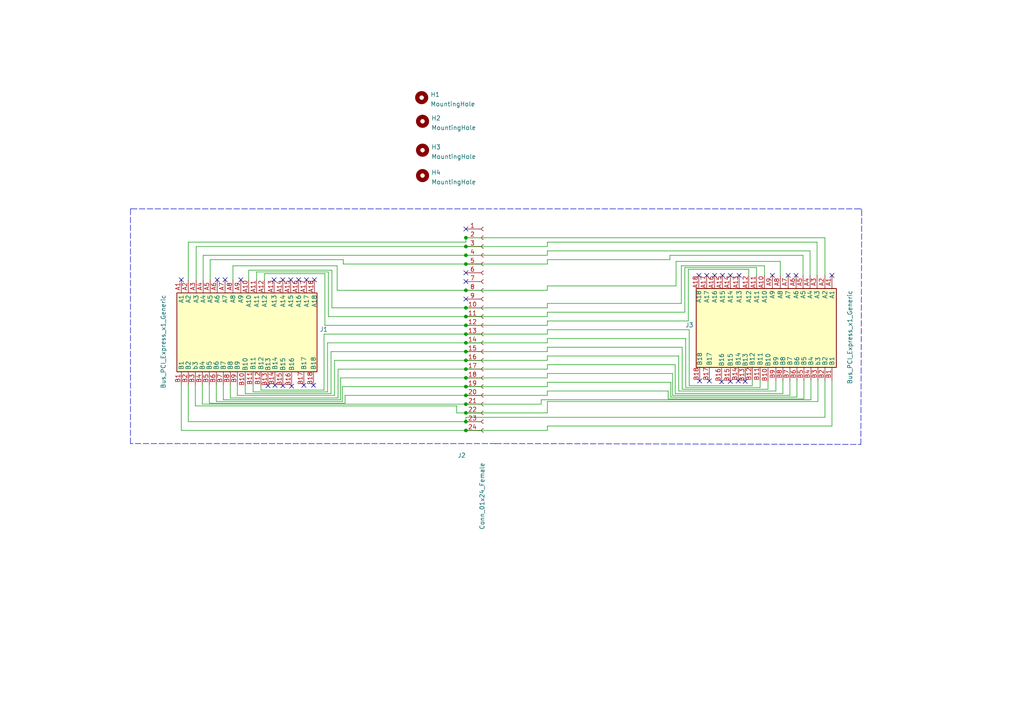
<source format=kicad_sch>
(kicad_sch (version 20211123) (generator eeschema)
  (paper "A4")
  (lib_symbols
    (symbol "Connector:Bus_PCI_Express_x1_Generic"
      (property "Reference" "J" (at -0.254 23.114 0))
      (property "Value" "Bus_PCI_Express_x1_Generic" (at -1.016 25.146 0))
      (symbol "Bus_PCI_Express_x1_Generic_0_1"
        (rectangle (start -11.43 21.59) (end 11.43 -19.05) (stroke (width 0.254)) (fill (type background)))
      )
      (symbol "Bus_PCI_Express_x1_Generic_1_1"
        (pin bidirectional line (at 15.24 20.32 180) (length 3.81) (name "A1") (number "A1"))
        (pin bidirectional line (at 15.24 0.762 180) (length 3.81) (name "A10") (number "A10"))
        (pin bidirectional line (at 15.24 -1.524 180) (length 3.81) (name "A11") (number "A11"))
        (pin bidirectional line (at 15.24 -3.81 180) (length 3.81) (name "A12") (number "A12"))
        (pin bidirectional line (at 15.24 -6.604 180) (length 3.81) (name "A13") (number "A13"))
        (pin bidirectional line (at 15.24 -9.144 180) (length 3.81) (name "A14") (number "A14"))
        (pin bidirectional line (at 15.24 -11.43 180) (length 3.81) (name "A15") (number "A15"))
        (pin bidirectional line (at 15.24 -13.716 180) (length 3.81) (name "A16") (number "A16"))
        (pin bidirectional line (at 15.24 -16.002 180) (length 3.81) (name "A17") (number "A17"))
        (pin bidirectional line (at 15.24 -18.288 180) (length 3.81) (name "A18") (number "A18"))
        (pin bidirectional line (at 15.24 18.288 180) (length 3.81) (name "A2") (number "A2"))
        (pin bidirectional line (at 15.24 16.002 180) (length 3.81) (name "A3") (number "A3"))
        (pin bidirectional line (at 15.24 13.97 180) (length 3.81) (name "A4") (number "A4"))
        (pin bidirectional line (at 15.24 11.938 180) (length 3.81) (name "A5") (number "A5"))
        (pin bidirectional line (at 15.24 9.906 180) (length 3.81) (name "A6") (number "A6"))
        (pin bidirectional line (at 15.24 7.62 180) (length 3.81) (name "A7") (number "A7"))
        (pin bidirectional line (at 15.24 5.334 180) (length 3.81) (name "A8") (number "A8"))
        (pin bidirectional line (at 15.24 3.048 180) (length 3.81) (name "A9") (number "A9"))
        (pin bidirectional line (at -15.24 20.32 0) (length 3.81) (name "B1") (number "B1"))
        (pin bidirectional line (at -15.494 1.778 0) (length 3.81) (name "B10") (number "B10"))
        (pin bidirectional line (at -15.24 -0.508 0) (length 3.81) (name "B11") (number "B11"))
        (pin bidirectional line (at -15.24 -2.794 0) (length 3.81) (name "B12") (number "B12"))
        (pin bidirectional line (at -15.494 -4.826 0) (length 3.81) (name "B13") (number "B13"))
        (pin bidirectional line (at -15.24 -6.858 0) (length 3.81) (name "B14") (number "B14"))
        (pin bidirectional line (at -15.494 -9.144 0) (length 3.81) (name "B15") (number "B15"))
        (pin bidirectional line (at -15.494 -11.684 0) (length 3.81) (name "B16") (number "B16"))
        (pin bidirectional line (at -15.24 -15.24 0) (length 3.81) (name "B17") (number "B17"))
        (pin bidirectional line (at -15.24 -18.034 0) (length 3.81) (name "B18") (number "B18"))
        (pin bidirectional line (at -15.24 18.288 0) (length 3.81) (name "B2") (number "B2"))
        (pin bidirectional line (at -15.24 16.256 0) (length 3.81) (name "b3") (number "B3"))
        (pin bidirectional line (at -15.24 14.224 0) (length 3.81) (name "B4") (number "B4"))
        (pin bidirectional line (at -15.24 12.192 0) (length 3.81) (name "B5") (number "B5"))
        (pin bidirectional line (at -15.24 10.16 0) (length 3.81) (name "B6") (number "B6"))
        (pin bidirectional line (at -15.24 8.128 0) (length 3.81) (name "B7") (number "B7"))
        (pin bidirectional line (at -15.24 6.096 0) (length 3.81) (name "B8") (number "B8"))
        (pin bidirectional line (at -15.24 4.064 0) (length 3.81) (name "B9") (number "B9"))
      )
    )
    (symbol "Connector:Conn_01x24_Female" (pin_names (offset 1.016) hide)
      (property "Reference" "J" (at 0 30.48 0))
      (property "Value" "Conn_01x24_Female" (at 0 -33.02 0))
      (symbol "Conn_01x24_Female_1_1"
        (arc (start 0 -29.972) (mid -0.508 -30.48) (end 0 -30.988) (stroke (width 0.1524)))
        (arc (start 0 -27.432) (mid -0.508 -27.94) (end 0 -28.448) (stroke (width 0.1524)))
        (arc (start 0 -24.892) (mid -0.508 -25.4) (end 0 -25.908) (stroke (width 0.1524)))
        (arc (start 0 -22.352) (mid -0.508 -22.86) (end 0 -23.368) (stroke (width 0.1524)))
        (arc (start 0 -19.812) (mid -0.508 -20.32) (end 0 -20.828) (stroke (width 0.1524)))
        (arc (start 0 -17.272) (mid -0.508 -17.78) (end 0 -18.288) (stroke (width 0.1524)))
        (arc (start 0 -14.732) (mid -0.508 -15.24) (end 0 -15.748) (stroke (width 0.1524)))
        (arc (start 0 -12.192) (mid -0.508 -12.7) (end 0 -13.208) (stroke (width 0.1524)))
        (arc (start 0 -9.652) (mid -0.508 -10.16) (end 0 -10.668) (stroke (width 0.1524)))
        (arc (start 0 -7.112) (mid -0.508 -7.62) (end 0 -8.128) (stroke (width 0.1524)))
        (arc (start 0 -4.572) (mid -0.508 -5.08) (end 0 -5.588) (stroke (width 0.1524)))
        (arc (start 0 -2.032) (mid -0.508 -2.54) (end 0 -3.048) (stroke (width 0.1524)))
        (polyline (pts (xy -1.27 -30.48) (xy -0.508 -30.48)) (stroke (width 0.1524)))
        (polyline (pts (xy -1.27 -27.94) (xy -0.508 -27.94)) (stroke (width 0.1524)))
        (polyline (pts (xy -1.27 -25.4) (xy -0.508 -25.4)) (stroke (width 0.1524)))
        (polyline (pts (xy -1.27 -22.86) (xy -0.508 -22.86)) (stroke (width 0.1524)))
        (polyline (pts (xy -1.27 -20.32) (xy -0.508 -20.32)) (stroke (width 0.1524)))
        (polyline (pts (xy -1.27 -17.78) (xy -0.508 -17.78)) (stroke (width 0.1524)))
        (polyline (pts (xy -1.27 -15.24) (xy -0.508 -15.24)) (stroke (width 0.1524)))
        (polyline (pts (xy -1.27 -12.7) (xy -0.508 -12.7)) (stroke (width 0.1524)))
        (polyline (pts (xy -1.27 -10.16) (xy -0.508 -10.16)) (stroke (width 0.1524)))
        (polyline (pts (xy -1.27 -7.62) (xy -0.508 -7.62)) (stroke (width 0.1524)))
        (polyline (pts (xy -1.27 -5.08) (xy -0.508 -5.08)) (stroke (width 0.1524)))
        (polyline (pts (xy -1.27 -2.54) (xy -0.508 -2.54)) (stroke (width 0.1524)))
        (polyline (pts (xy -1.27 0) (xy -0.508 0)) (stroke (width 0.1524)))
        (polyline (pts (xy -1.27 2.54) (xy -0.508 2.54)) (stroke (width 0.1524)))
        (polyline (pts (xy -1.27 5.08) (xy -0.508 5.08)) (stroke (width 0.1524)))
        (polyline (pts (xy -1.27 7.62) (xy -0.508 7.62)) (stroke (width 0.1524)))
        (polyline (pts (xy -1.27 10.16) (xy -0.508 10.16)) (stroke (width 0.1524)))
        (polyline (pts (xy -1.27 12.7) (xy -0.508 12.7)) (stroke (width 0.1524)))
        (polyline (pts (xy -1.27 15.24) (xy -0.508 15.24)) (stroke (width 0.1524)))
        (polyline (pts (xy -1.27 17.78) (xy -0.508 17.78)) (stroke (width 0.1524)))
        (polyline (pts (xy -1.27 20.32) (xy -0.508 20.32)) (stroke (width 0.1524)))
        (polyline (pts (xy -1.27 22.86) (xy -0.508 22.86)) (stroke (width 0.1524)))
        (polyline (pts (xy -1.27 25.4) (xy -0.508 25.4)) (stroke (width 0.1524)))
        (polyline (pts (xy -1.27 27.94) (xy -0.508 27.94)) (stroke (width 0.1524)))
        (arc (start 0 0.508) (mid -0.508 0) (end 0 -0.508) (stroke (width 0.1524)))
        (arc (start 0 3.048) (mid -0.508 2.54) (end 0 2.032) (stroke (width 0.1524)))
        (arc (start 0 5.588) (mid -0.508 5.08) (end 0 4.572) (stroke (width 0.1524)))
        (arc (start 0 8.128) (mid -0.508 7.62) (end 0 7.112) (stroke (width 0.1524)))
        (arc (start 0 10.668) (mid -0.508 10.16) (end 0 9.652) (stroke (width 0.1524)))
        (arc (start 0 13.208) (mid -0.508 12.7) (end 0 12.192) (stroke (width 0.1524)))
        (arc (start 0 15.748) (mid -0.508 15.24) (end 0 14.732) (stroke (width 0.1524)))
        (arc (start 0 18.288) (mid -0.508 17.78) (end 0 17.272) (stroke (width 0.1524)))
        (arc (start 0 20.828) (mid -0.508 20.32) (end 0 19.812) (stroke (width 0.1524)))
        (arc (start 0 23.368) (mid -0.508 22.86) (end 0 22.352) (stroke (width 0.1524)))
        (arc (start 0 25.908) (mid -0.508 25.4) (end 0 24.892) (stroke (width 0.1524)))
        (arc (start 0 28.448) (mid -0.508 27.94) (end 0 27.432) (stroke (width 0.1524)))
        (pin passive line (at -5.08 27.94 0) (length 3.81) (name "Pin_1") (number "1"))
        (pin passive line (at -5.08 5.08 0) (length 3.81) (name "Pin_10") (number "10"))
        (pin passive line (at -5.08 2.54 0) (length 3.81) (name "Pin_11") (number "11"))
        (pin passive line (at -5.08 0 0) (length 3.81) (name "Pin_12") (number "12"))
        (pin passive line (at -5.08 -2.54 0) (length 3.81) (name "Pin_13") (number "13"))
        (pin passive line (at -5.08 -5.08 0) (length 3.81) (name "Pin_14") (number "14"))
        (pin passive line (at -5.08 -7.62 0) (length 3.81) (name "Pin_15") (number "15"))
        (pin passive line (at -5.08 -10.16 0) (length 3.81) (name "Pin_16") (number "16"))
        (pin passive line (at -5.08 -12.7 0) (length 3.81) (name "Pin_17") (number "17"))
        (pin passive line (at -5.08 -15.24 0) (length 3.81) (name "Pin_18") (number "18"))
        (pin passive line (at -5.08 -17.78 0) (length 3.81) (name "Pin_19") (number "19"))
        (pin passive line (at -5.08 25.4 0) (length 3.81) (name "Pin_2") (number "2"))
        (pin passive line (at -5.08 -20.32 0) (length 3.81) (name "Pin_20") (number "20"))
        (pin passive line (at -5.08 -22.86 0) (length 3.81) (name "Pin_21") (number "21"))
        (pin passive line (at -5.08 -25.4 0) (length 3.81) (name "Pin_22") (number "22"))
        (pin passive line (at -5.08 -27.94 0) (length 3.81) (name "Pin_23") (number "23"))
        (pin passive line (at -5.08 -30.48 0) (length 3.81) (name "Pin_24") (number "24"))
        (pin passive line (at -5.08 22.86 0) (length 3.81) (name "Pin_3") (number "3"))
        (pin passive line (at -5.08 20.32 0) (length 3.81) (name "Pin_4") (number "4"))
        (pin passive line (at -5.08 17.78 0) (length 3.81) (name "Pin_5") (number "5"))
        (pin passive line (at -5.08 15.24 0) (length 3.81) (name "Pin_6") (number "6"))
        (pin passive line (at -5.08 12.7 0) (length 3.81) (name "Pin_7") (number "7"))
        (pin passive line (at -5.08 10.16 0) (length 3.81) (name "Pin_8") (number "8"))
        (pin passive line (at -5.08 7.62 0) (length 3.81) (name "Pin_9") (number "9"))
      )
    )
    (symbol "Mechanical:MountingHole" (pin_names (offset 1.016))
      (property "Reference" "H" (at 0 5.08 0))
      (property "Value" "MountingHole" (at 0 3.175 0))
      (symbol "MountingHole_0_1"
        (circle (center 0 0) (radius 1.27) (stroke (width 1.27)))
      )
    )
  )
  (junction (at 135.128 68.961))
  (junction (at 135.128 74.041))
  (junction (at 135.128 107.061))
  (junction (at 135.128 109.601))
  (junction (at 135.128 76.581))
  (junction (at 135.128 99.441))
  (junction (at 135.128 124.841))
  (junction (at 135.128 122.301))
  (junction (at 135.128 94.361))
  (junction (at 135.128 117.221))
  (junction (at 135.128 114.681))
  (junction (at 135.128 119.761))
  (junction (at 135.128 96.901))
  (junction (at 135.128 71.501))
  (junction (at 135.128 112.141))
  (junction (at 135.128 101.981))
  (junction (at 135.128 89.281))
  (junction (at 135.128 91.821))
  (junction (at 135.128 84.201))
  (junction (at 135.128 104.521))
  (no_connect (at 224.028 79.883))
  (no_connect (at 211.836 110.617))
  (no_connect (at 241.3 79.883))
  (no_connect (at 214.376 79.883))
  (no_connect (at 86.614 81.153))
  (no_connect (at 88.9 81.153))
  (no_connect (at 91.186 81.153))
  (no_connect (at 79.502 81.153))
  (no_connect (at 82.042 81.153))
  (no_connect (at 84.328 81.153))
  (no_connect (at 202.946 110.49))
  (no_connect (at 211.836 79.883))
  (no_connect (at 230.886 79.883))
  (no_connect (at 204.978 79.883))
  (no_connect (at 214.122 110.49))
  (no_connect (at 62.992 81.153))
  (no_connect (at 65.278 81.153))
  (no_connect (at 52.578 81.153))
  (no_connect (at 88.138 111.76))
  (no_connect (at 90.932 111.76))
  (no_connect (at 77.724 111.887))
  (no_connect (at 79.756 111.76))
  (no_connect (at 82.042 111.887))
  (no_connect (at 84.582 112.014))
  (no_connect (at 69.85 81.153))
  (no_connect (at 135.128 66.421))
  (no_connect (at 135.128 79.121))
  (no_connect (at 135.128 81.661))
  (no_connect (at 135.128 86.741))
  (no_connect (at 202.692 79.883))
  (no_connect (at 216.154 110.617))
  (no_connect (at 209.55 79.883))
  (no_connect (at 205.74 110.49))
  (no_connect (at 207.264 79.883))
  (no_connect (at 209.296 110.744))
  (no_connect (at 228.6 79.883))
  (wire (pts (xy 158.75 94.361) (xy 158.75 93.091)))
  (wire (pts (xy 76.708 79.375) (xy 94.234 79.375)))
  (wire (pts (xy 197.612 88.011) (xy 158.75 88.011)))
  (wire (pts (xy 196.088 82.931) (xy 158.75 82.931)))
  (wire (pts (xy 194.564 110.871) (xy 194.564 115.189)))
  (wire (pts (xy 222.758 110.617) (xy 222.758 112.903)))
  (wire (pts (xy 68.834 114.681) (xy 97.028 114.681)))
  (wire (pts (xy 158.75 84.201) (xy 158.75 82.931)))
  (wire (pts (xy 96.266 78.359) (xy 96.266 89.281)))
  (wire (pts (xy 199.898 95.631) (xy 158.75 95.631)))
  (wire (pts (xy 97.79 77.089) (xy 97.79 84.201)))
  (wire (pts (xy 220.472 110.363) (xy 220.472 112.395)))
  (wire (pts (xy 135.128 114.681) (xy 158.75 114.681)))
  (wire (pts (xy 135.128 71.501) (xy 56.896 71.501)))
  (wire (pts (xy 93.98 96.901) (xy 135.128 96.901)))
  (wire (pts (xy 132.461 117.729) (xy 132.461 119.761)))
  (wire (pts (xy 60.706 111.633) (xy 60.706 116.967)))
  (wire (pts (xy 158.75 76.581) (xy 158.75 75.311)))
  (wire (pts (xy 158.75 75.311) (xy 194.31 75.311)))
  (wire (pts (xy 218.186 111.887) (xy 199.898 111.887)))
  (wire (pts (xy 229.108 110.363) (xy 229.108 114.681)))
  (wire (pts (xy 195.834 105.791) (xy 195.834 114.173)))
  (wire (pts (xy 135.128 107.061) (xy 158.75 107.061)))
  (wire (pts (xy 73.406 111.633) (xy 73.406 113.665)))
  (wire (pts (xy 135.128 91.821) (xy 158.75 91.821)))
  (wire (pts (xy 158.75 109.601) (xy 158.75 108.331)))
  (wire (pts (xy 135.128 104.521) (xy 158.75 104.521)))
  (wire (pts (xy 135.128 99.441) (xy 158.75 99.441)))
  (wire (pts (xy 135.128 91.821) (xy 95.25 91.821)))
  (wire (pts (xy 227.076 114.173) (xy 227.076 110.363)))
  (wire (pts (xy 94.996 99.441) (xy 135.128 99.441)))
  (wire (pts (xy 158.75 104.521) (xy 158.75 103.251)))
  (wire (pts (xy 233.172 110.363) (xy 233.172 115.697)))
  (wire (pts (xy 194.564 115.189) (xy 231.14 115.189)))
  (wire (pts (xy 135.128 76.581) (xy 99.568 76.581)))
  (polyline (pts (xy 37.846 128.651) (xy 37.846 60.579)))
  (wire (pts (xy 199.644 78.105) (xy 199.644 93.091)))
  (wire (pts (xy 158.75 74.041) (xy 158.75 72.771)))
  (wire (pts (xy 196.85 113.411) (xy 196.85 103.251)))
  (wire (pts (xy 100.076 114.681) (xy 135.128 114.681)))
  (wire (pts (xy 198.882 112.395) (xy 198.882 98.171)))
  (wire (pts (xy 235.204 115.951) (xy 235.204 110.363)))
  (wire (pts (xy 135.128 94.361) (xy 158.75 94.361)))
  (wire (pts (xy 226.314 79.883) (xy 226.314 75.819)))
  (wire (pts (xy 135.128 71.501) (xy 158.75 71.501)))
  (wire (pts (xy 135.128 84.201) (xy 158.75 84.201)))
  (wire (pts (xy 135.128 89.281) (xy 158.75 89.281)))
  (wire (pts (xy 95.25 91.821) (xy 95.25 78.867)))
  (wire (pts (xy 233.172 115.697) (xy 193.802 115.697)))
  (wire (pts (xy 54.61 70.231) (xy 135.128 70.231)))
  (wire (pts (xy 234.95 79.883) (xy 234.95 72.771)))
  (wire (pts (xy 218.186 110.363) (xy 218.186 111.887)))
  (wire (pts (xy 220.472 112.395) (xy 198.882 112.395)))
  (wire (pts (xy 194.31 75.311) (xy 194.31 74.041)))
  (wire (pts (xy 199.644 93.091) (xy 158.75 93.091)))
  (wire (pts (xy 193.802 115.697) (xy 193.802 113.411)))
  (wire (pts (xy 58.928 81.153) (xy 58.928 74.041)))
  (wire (pts (xy 135.128 76.581) (xy 158.75 76.581)))
  (wire (pts (xy 135.128 121.031) (xy 135.128 122.301)))
  (wire (pts (xy 239.268 121.031) (xy 239.268 110.363)))
  (wire (pts (xy 135.128 122.301) (xy 54.61 122.301)))
  (wire (pts (xy 197.866 100.711) (xy 158.75 100.711)))
  (wire (pts (xy 158.75 70.231) (xy 236.982 70.231)))
  (wire (pts (xy 193.802 113.411) (xy 158.75 113.411)))
  (polyline (pts (xy 249.936 60.706) (xy 249.428 60.579)))
  (wire (pts (xy 199.898 111.887) (xy 199.898 95.631)))
  (wire (pts (xy 217.17 78.105) (xy 199.644 78.105)))
  (wire (pts (xy 195.834 114.173) (xy 227.076 114.173)))
  (wire (pts (xy 158.75 90.551) (xy 198.628 90.551)))
  (wire (pts (xy 98.044 115.443) (xy 66.802 115.443)))
  (wire (pts (xy 158.75 99.441) (xy 158.75 98.171)))
  (wire (pts (xy 135.128 107.061) (xy 98.044 107.061)))
  (wire (pts (xy 58.674 117.221) (xy 135.128 117.221)))
  (wire (pts (xy 158.75 114.681) (xy 158.75 113.411)))
  (wire (pts (xy 99.314 116.459) (xy 62.738 116.459)))
  (wire (pts (xy 68.834 111.633) (xy 68.834 114.681)))
  (wire (pts (xy 195.072 108.331) (xy 158.75 108.331)))
  (wire (pts (xy 236.982 70.231) (xy 236.982 79.883)))
  (wire (pts (xy 99.314 112.141) (xy 99.314 116.459)))
  (wire (pts (xy 219.456 77.597) (xy 219.456 79.883)))
  (wire (pts (xy 58.674 117.221) (xy 58.674 111.633)))
  (wire (pts (xy 71.12 114.173) (xy 96.012 114.173)))
  (wire (pts (xy 225.044 113.411) (xy 196.85 113.411)))
  (wire (pts (xy 237.236 116.459) (xy 158.75 116.459)))
  (polyline (pts (xy 37.846 60.579) (xy 38.1 60.579)))
  (wire (pts (xy 237.236 110.363) (xy 237.236 116.459)))
  (wire (pts (xy 56.642 117.729) (xy 132.461 117.729)))
  (wire (pts (xy 97.028 104.521) (xy 135.128 104.521)))
  (wire (pts (xy 158.75 71.501) (xy 158.75 70.231)))
  (wire (pts (xy 239.268 79.883) (xy 239.268 68.961)))
  (wire (pts (xy 94.996 113.665) (xy 94.996 99.441)))
  (wire (pts (xy 158.75 91.821) (xy 158.75 90.551)))
  (wire (pts (xy 96.012 101.981) (xy 135.128 101.981)))
  (wire (pts (xy 135.128 70.231) (xy 135.128 68.961)))
  (wire (pts (xy 197.612 77.089) (xy 197.612 88.011)))
  (wire (pts (xy 196.088 75.819) (xy 196.088 82.931)))
  (wire (pts (xy 135.128 96.901) (xy 158.75 96.901)))
  (wire (pts (xy 72.136 81.153) (xy 72.136 78.359)))
  (wire (pts (xy 195.072 114.681) (xy 195.072 108.331)))
  (wire (pts (xy 135.128 109.601) (xy 158.75 109.601)))
  (wire (pts (xy 194.31 74.041) (xy 232.918 74.041)))
  (wire (pts (xy 99.568 75.311) (xy 60.96 75.311)))
  (wire (pts (xy 54.61 81.153) (xy 54.61 70.231)))
  (wire (pts (xy 231.14 115.189) (xy 231.14 110.363)))
  (wire (pts (xy 158.75 119.761) (xy 158.75 116.459)))
  (wire (pts (xy 135.128 119.761) (xy 158.75 119.761)))
  (wire (pts (xy 198.628 77.597) (xy 219.456 77.597)))
  (wire (pts (xy 198.882 98.171) (xy 158.75 98.171)))
  (polyline (pts (xy 249.682 128.905) (xy 249.936 60.706)))
  (wire (pts (xy 97.028 114.681) (xy 97.028 104.521)))
  (wire (pts (xy 64.77 111.633) (xy 64.77 115.951)))
  (wire (pts (xy 60.96 75.311) (xy 60.96 81.153)))
  (wire (pts (xy 135.128 117.221) (xy 156.972 117.221)))
  (wire (pts (xy 135.128 121.031) (xy 239.268 121.031)))
  (wire (pts (xy 64.77 115.951) (xy 98.806 115.951)))
  (wire (pts (xy 93.98 113.157) (xy 93.98 96.901)))
  (wire (pts (xy 156.972 117.221) (xy 156.972 115.951)))
  (wire (pts (xy 135.128 74.041) (xy 158.75 74.041)))
  (wire (pts (xy 56.896 71.501) (xy 56.896 81.153)))
  (wire (pts (xy 62.738 116.459) (xy 62.738 111.633)))
  (wire (pts (xy 52.578 124.841) (xy 135.128 124.841)))
  (wire (pts (xy 98.806 109.601) (xy 135.128 109.601)))
  (wire (pts (xy 217.17 79.883) (xy 217.17 78.105)))
  (wire (pts (xy 158.75 107.061) (xy 158.75 105.791)))
  (wire (pts (xy 96.266 89.281) (xy 135.128 89.281)))
  (wire (pts (xy 76.708 81.153) (xy 76.708 79.375)))
  (wire (pts (xy 96.012 114.173) (xy 96.012 101.981)))
  (wire (pts (xy 100.076 116.967) (xy 100.076 114.681)))
  (wire (pts (xy 71.12 111.887) (xy 71.12 114.173)))
  (wire (pts (xy 158.75 101.981) (xy 158.75 100.711)))
  (wire (pts (xy 67.564 77.089) (xy 97.79 77.089)))
  (wire (pts (xy 234.95 72.771) (xy 158.75 72.771)))
  (wire (pts (xy 99.568 76.581) (xy 99.568 75.311)))
  (wire (pts (xy 225.044 110.363) (xy 225.044 113.411)))
  (wire (pts (xy 135.128 68.961) (xy 239.268 68.961)))
  (wire (pts (xy 98.806 115.951) (xy 98.806 109.601)))
  (wire (pts (xy 52.578 111.633) (xy 52.578 124.841)))
  (polyline (pts (xy 143.764 128.651) (xy 249.682 128.905)))
  (wire (pts (xy 75.692 111.633) (xy 75.692 113.157)))
  (wire (pts (xy 158.75 124.841) (xy 158.75 123.571)))
  (wire (pts (xy 156.972 115.951) (xy 235.204 115.951)))
  (wire (pts (xy 58.928 74.041) (xy 135.128 74.041)))
  (wire (pts (xy 66.802 115.443) (xy 66.802 111.633)))
  (wire (pts (xy 135.128 112.141) (xy 99.314 112.141)))
  (wire (pts (xy 221.742 79.883) (xy 221.742 77.089)))
  (wire (pts (xy 56.642 111.633) (xy 56.642 117.729)))
  (wire (pts (xy 158.75 112.141) (xy 158.75 110.871)))
  (wire (pts (xy 67.564 81.153) (xy 67.564 77.089)))
  (wire (pts (xy 221.742 77.089) (xy 197.612 77.089)))
  (wire (pts (xy 229.108 114.681) (xy 195.072 114.681)))
  (wire (pts (xy 60.706 116.967) (xy 100.076 116.967)))
  (wire (pts (xy 135.128 101.981) (xy 158.75 101.981)))
  (polyline (pts (xy 249.428 60.579) (xy 143.764 60.579)))
  (wire (pts (xy 94.234 94.361) (xy 135.128 94.361)))
  (wire (pts (xy 241.3 123.571) (xy 158.75 123.571)))
  (polyline (pts (xy 38.1 60.579) (xy 143.764 60.579)))
  (wire (pts (xy 75.692 113.157) (xy 93.98 113.157)))
  (wire (pts (xy 95.25 78.867) (xy 74.422 78.867)))
  (wire (pts (xy 158.75 105.791) (xy 195.834 105.791)))
  (wire (pts (xy 97.79 84.201) (xy 135.128 84.201)))
  (wire (pts (xy 198.628 90.551) (xy 198.628 77.597)))
  (wire (pts (xy 98.044 107.061) (xy 98.044 115.443)))
  (wire (pts (xy 222.758 112.903) (xy 197.866 112.903)))
  (wire (pts (xy 232.918 74.041) (xy 232.918 79.883)))
  (wire (pts (xy 74.422 78.867) (xy 74.422 81.153)))
  (polyline (pts (xy 143.764 128.651) (xy 37.846 128.651)))
  (wire (pts (xy 226.314 75.819) (xy 196.088 75.819)))
  (wire (pts (xy 72.136 78.359) (xy 96.266 78.359)))
  (wire (pts (xy 135.128 112.141) (xy 158.75 112.141)))
  (wire (pts (xy 158.75 110.871) (xy 194.564 110.871)))
  (wire (pts (xy 94.234 79.375) (xy 94.234 94.361)))
  (wire (pts (xy 54.61 122.301) (xy 54.61 111.633)))
  (wire (pts (xy 196.85 103.251) (xy 158.75 103.251)))
  (wire (pts (xy 158.75 89.281) (xy 158.75 88.011)))
  (wire (pts (xy 241.3 110.363) (xy 241.3 123.571)))
  (wire (pts (xy 73.406 113.665) (xy 94.996 113.665)))
  (wire (pts (xy 135.128 124.841) (xy 158.75 124.841)))
  (wire (pts (xy 132.461 119.761) (xy 135.128 119.761)))
  (wire (pts (xy 197.866 112.903) (xy 197.866 100.711)))
  (wire (pts (xy 158.75 96.901) (xy 158.75 95.631)))
  (symbol (lib_id "Mechanical:MountingHole") (at 122.555 43.561 0) (unit 1)
    (property "Reference" "H3" (at 125.095 42.6525 0) (effects (justify left)))
    (property "Value" "MountingHole" (at 125.095 45.4276 0) (effects (justify left)))
    (property "Footprint" "MountingHole:MountingHole_2.1mm" (effects hide))
  )
  (symbol (lib_id "Mechanical:MountingHole") (at 122.301 28.321 0) (unit 1)
    (property "Reference" "H1" (at 124.841 27.4125 0) (effects (justify left)))
    (property "Value" "MountingHole" (at 124.841 30.1876 0) (effects (justify left)))
    (property "Footprint" "MountingHole:MountingHole_2.1mm" (effects hide))
  )
  (symbol (lib_id "Connector:Conn_01x24_Female") (at 140.208 94.361 0) (unit 1)
    (property "Reference" "J2" (at 132.715 132.08 0) (effects (justify left)))
    (property "Value" "Conn_01x24_Female" (at 139.827 153.67 90) (effects (justify left)))
    (property "Footprint" "Connector_FFC-FPC:Hirose_FH12-24S-0.5SH_1x24-1MP_P0.50mm_Horizontal" (effects hide))
  )
  (symbol (lib_id "Mechanical:MountingHole") (at 122.555 50.927 0) (unit 1)
    (property "Reference" "H4" (at 125.095 50.0185 0) (effects (justify left)))
    (property "Value" "MountingHole" (at 125.095 52.7936 0) (effects (justify left)))
    (property "Footprint" "MountingHole:MountingHole_2.1mm" (effects hide))
  )
  (symbol (lib_id "Connector:Bus_PCI_Express_x1_Generic") (at 72.898 96.393 90) (unit 1)
    (property "Reference" "J1" (at 92.71 95.548 90) (effects (justify right)))
    (property "Value" "Bus_PCI_Express_x1_Generic" (at 47.371 85.471 0) (effects (justify right)))
    (property "Footprint" "Connector_PCBEdge:BUS_PCIexpress_x1 6.5MM" (effects hide))
    (property "Datasheet" "http://www.ritrontek.com/uploadfile/2016/1026/20161026105231124.pdf#page=63" (effects hide))
  )
  (symbol (lib_id "Connector:Bus_PCI_Express_x1_Generic") (at 220.98 95.123 270) (mirror x) (unit 1)
    (property "Reference" "J3" (at 201.168 94.278 90) (effects (justify right)))
    (property "Value" "Bus_PCI_Express_x1_Generic" (at 246.507 84.201 0) (effects (justify right)))
    (property "Footprint" "Connector_PCBEdge:BUS_PCIexpress_x1 6.5MM" (effects hide))
    (property "Datasheet" "http://www.ritrontek.com/uploadfile/2016/1026/20161026105231124.pdf#page=63" (effects hide))
  )
  (symbol (lib_id "Mechanical:MountingHole") (at 122.555 35.179 0) (unit 1)
    (property "Reference" "H2" (at 125.095 34.2705 0) (effects (justify left)))
    (property "Value" "MountingHole" (at 125.095 37.0456 0) (effects (justify left)))
    (property "Footprint" "MountingHole:MountingHole_2.1mm" (effects hide))
  )
)
</source>
